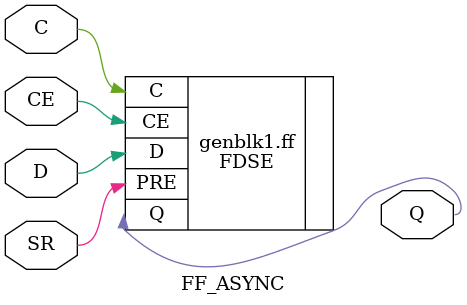
<source format=v>
`include "fdpe_zini.sim.v"
`include "fdce_zini.sim.v"

(* MODES="FDPE; FDCE" *)
module FF_ASYNC(C, CE, SR, D, Q);
	(* CLOCK *)
	input wire C;
	input wire CE;
	input wire SR;

	/* FF signals */
	input wire D;
	output wire Q;

	parameter MODE = "FDPE";
 	generate
		if (MODE == "FDPE") begin
			FDSE ff(.C(C), .CE(CE), .PRE(SR), .D(D), .Q(Q));
		end
		if (MODE == "FDCE") begin
			FDRE ff(.C(C), .CE(CE), .CLR(SR), .D(D), .Q(Q));
		end
	endgenerate
endmodule

</source>
